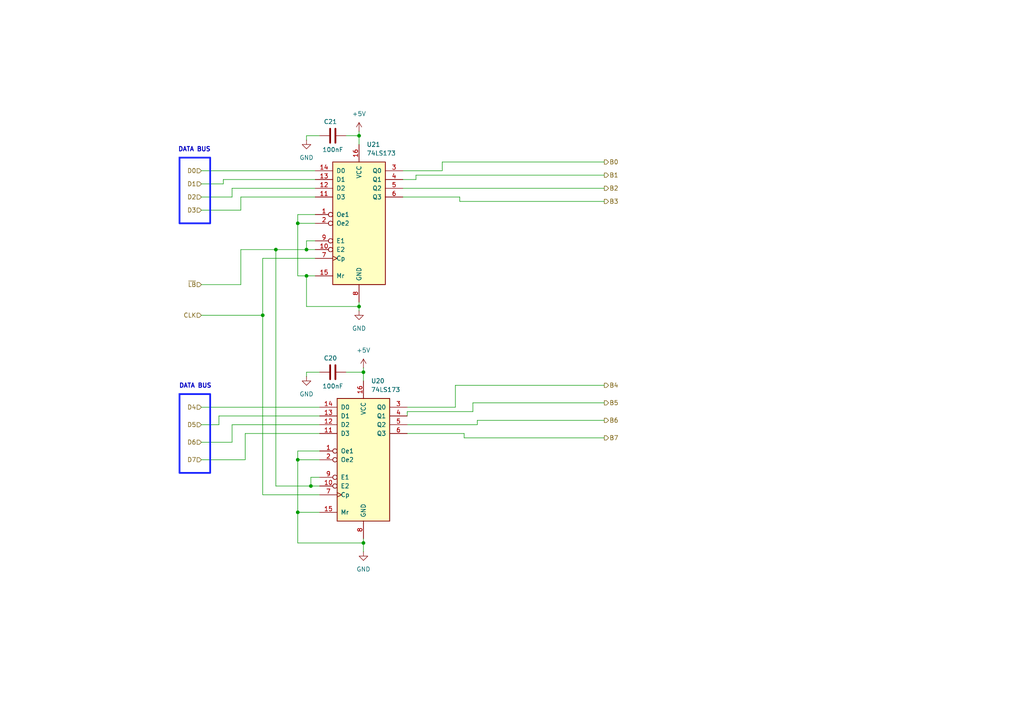
<source format=kicad_sch>
(kicad_sch (version 20231120) (generator "eeschema") (generator_version "8.0")
  (paper "A4")
  (title_block (title "ISAP-1 COMPUTER") (date "2024-11-27") (rev "Version 1") (comment 1 "by Linca Marius Gheorghe") (comment 3 "Register B"))
  (lib_symbols
    (symbol "74xx:74LS173" (pin_names (offset 1.016))
      (property "Reference" "U" (at -7.62 19.05 0))
      (property "Value" "74LS173" (at -7.62 -19.05 0))
      (symbol "74LS173_1_0"
        (pin input inverted (at -12.7 2.54 0) (length 5.08) (name "Oe1") (number "1"))
        (pin input inverted (at -12.7 -7.62 0) (length 5.08) (name "E2") (number "10"))
        (pin input line (at -12.7 7.62 0) (length 5.08) (name "D3") (number "11"))
        (pin input line (at -12.7 10.16 0) (length 5.08) (name "D2") (number "12"))
        (pin input line (at -12.7 12.7 0) (length 5.08) (name "D1") (number "13"))
        (pin input line (at -12.7 15.24 0) (length 5.08) (name "D0") (number "14"))
        (pin input line (at -12.7 -15.24 0) (length 5.08) (name "Mr") (number "15"))
        (pin power_in line (at 0 22.86 270) (length 5.08) (name "VCC") (number "16"))
        (pin input inverted (at -12.7 0 0) (length 5.08) (name "Oe2") (number "2"))
        (pin tri_state line (at 12.7 15.24 180) (length 5.08) (name "Q0") (number "3"))
        (pin tri_state line (at 12.7 12.7 180) (length 5.08) (name "Q1") (number "4"))
        (pin tri_state line (at 12.7 10.16 180) (length 5.08) (name "Q2") (number "5"))
        (pin tri_state line (at 12.7 7.62 180) (length 5.08) (name "Q3") (number "6"))
        (pin input clock (at -12.7 -10.16 0) (length 5.08) (name "Cp") (number "7"))
        (pin power_in line (at 0 -22.86 90) (length 5.08) (name "GND") (number "8"))
        (pin input inverted (at -12.7 -5.08 0) (length 5.08) (name "E1") (number "9"))
      )
      (symbol "74LS173_1_1"
        (rectangle (start -7.62 17.78) (end 7.62 -17.78) (stroke (width 0.254)) (fill (type background)))
      )
    )
    (symbol "Device:C" (pin_numbers hide) (pin_names (offset 0.254))
      (property "Reference" "C" (at 0.635 2.54 0))
      (property "Value" "C" (at 0.635 -2.54 0))
      (symbol "C_0_1"
        (polyline (pts (xy -2.032 -0.762) (xy 2.032 -0.762)) (stroke (width 0.508)))
        (polyline (pts (xy -2.032 0.762) (xy 2.032 0.762)) (stroke (width 0.508)))
      )
      (symbol "C_1_1"
        (pin passive line (at 0 3.81 270) (length 2.794) (name "~") (number "1"))
        (pin passive line (at 0 -3.81 90) (length 2.794) (name "~") (number "2"))
      )
    )
    (symbol "power:+5V" (power) (pin_numbers hide) (pin_names (offset 0) hide)
      (property "Value" "+5V" (at 0 3.556 0))
      (symbol "+5V_0_1"
        (polyline (pts (xy -0.762 1.27) (xy 0 2.54)))
        (polyline (pts (xy 0 0) (xy 0 2.54)))
        (polyline (pts (xy 0 2.54) (xy 0.762 1.27)))
      )
      (symbol "+5V_1_1"
        (pin power_in line (at 0 0 90) (length 0) (name "~") (number "1"))
      )
    )
    (symbol "power:GND" (power) (pin_numbers hide) (pin_names (offset 0) hide)
      (property "Value" "GND" (at 0 -3.81 0))
      (symbol "GND_0_1"
        (polyline (pts (xy 0 0) (xy 0 -1.27) (xy 1.27 -1.27) (xy 0 -2.54) (xy -1.27 -1.27) (xy 0 -1.27)))
      )
      (symbol "GND_1_1"
        (pin power_in line (at 0 0 270) (length 0) (name "~") (number "1"))
      )
    )
  )
  (junction (at 104.14 88.9))
  (junction (at 105.41 157.48))
  (junction (at 86.36 64.77))
  (junction (at 104.14 39.37))
  (junction (at 90.17 140.97))
  (junction (at 86.36 148.59))
  (junction (at 80.01 72.39))
  (junction (at 86.36 133.35))
  (junction (at 88.9 72.39))
  (junction (at 88.9 80.01))
  (junction (at 105.41 107.95))
  (junction (at 76.2 91.44))
  (wire (pts (xy 175.26 121.92) (xy 138.43 121.92)))
  (wire (pts (xy 71.12 125.73) (xy 71.12 133.35)))
  (wire (pts (xy 91.44 62.23) (xy 86.36 62.23)))
  (wire (pts (xy 118.11 119.38) (xy 118.11 120.65)))
  (wire (pts (xy 133.35 58.42) (xy 175.26 58.42)))
  (wire (pts (xy 175.26 111.76) (xy 132.08 111.76)))
  (wire (pts (xy 175.26 116.84) (xy 137.16 116.84)))
  (wire (pts (xy 92.71 130.81) (xy 86.36 130.81)))
  (wire (pts (xy 63.5 123.19) (xy 58.42 123.19)))
  (wire (pts (xy 86.36 148.59) (xy 92.71 148.59)))
  (wire (pts (xy 58.42 91.44) (xy 76.2 91.44)))
  (wire (pts (xy 120.65 52.07) (xy 116.84 52.07)))
  (wire (pts (xy 138.43 121.92) (xy 138.43 123.19)))
  (wire (pts (xy 80.01 72.39) (xy 80.01 140.97)))
  (wire (pts (xy 86.36 62.23) (xy 86.36 64.77)))
  (wire (pts (xy 58.42 82.55) (xy 69.85 82.55)))
  (wire (pts (xy 175.26 50.8) (xy 120.65 50.8)))
  (wire (pts (xy 92.71 125.73) (xy 71.12 125.73)))
  (wire (pts (xy 88.9 107.95) (xy 88.9 109.22)))
  (wire (pts (xy 92.71 123.19) (xy 67.31 123.19)))
  (wire (pts (xy 86.36 133.35) (xy 92.71 133.35)))
  (wire (pts (xy 105.41 106.68) (xy 105.41 107.95)))
  (wire (pts (xy 67.31 54.61) (xy 67.31 57.15)))
  (wire (pts (xy 92.71 138.43) (xy 90.17 138.43)))
  (wire (pts (xy 105.41 107.95) (xy 105.41 110.49)))
  (wire (pts (xy 69.85 60.96) (xy 58.42 60.96)))
  (wire (pts (xy 100.33 107.95) (xy 105.41 107.95)))
  (wire (pts (xy 118.11 125.73) (xy 134.62 125.73)))
  (wire (pts (xy 104.14 38.1) (xy 104.14 39.37)))
  (wire (pts (xy 91.44 69.85) (xy 88.9 69.85)))
  (wire (pts (xy 128.27 49.53) (xy 128.27 46.99)))
  (wire (pts (xy 67.31 123.19) (xy 67.31 128.27)))
  (wire (pts (xy 91.44 80.01) (xy 88.9 80.01)))
  (wire (pts (xy 69.85 82.55) (xy 69.85 72.39)))
  (wire (pts (xy 175.26 127) (xy 134.62 127)))
  (wire (pts (xy 76.2 143.51) (xy 92.71 143.51)))
  (wire (pts (xy 86.36 157.48) (xy 105.41 157.48)))
  (wire (pts (xy 86.36 148.59) (xy 86.36 157.48)))
  (wire (pts (xy 86.36 64.77) (xy 86.36 80.01)))
  (wire (pts (xy 134.62 127) (xy 134.62 125.73)))
  (wire (pts (xy 71.12 133.35) (xy 58.42 133.35)))
  (wire (pts (xy 91.44 57.15) (xy 69.85 57.15)))
  (wire (pts (xy 88.9 72.39) (xy 91.44 72.39)))
  (wire (pts (xy 86.36 64.77) (xy 91.44 64.77)))
  (wire (pts (xy 132.08 111.76) (xy 132.08 118.11)))
  (wire (pts (xy 69.85 72.39) (xy 80.01 72.39)))
  (wire (pts (xy 63.5 120.65) (xy 63.5 123.19)))
  (wire (pts (xy 91.44 74.93) (xy 76.2 74.93)))
  (wire (pts (xy 105.41 157.48) (xy 105.41 160.02)))
  (wire (pts (xy 100.33 39.37) (xy 104.14 39.37)))
  (wire (pts (xy 80.01 140.97) (xy 90.17 140.97)))
  (wire (pts (xy 58.42 53.34) (xy 64.77 53.34)))
  (wire (pts (xy 91.44 52.07) (xy 64.77 52.07)))
  (wire (pts (xy 80.01 72.39) (xy 88.9 72.39)))
  (wire (pts (xy 91.44 54.61) (xy 67.31 54.61)))
  (wire (pts (xy 86.36 133.35) (xy 86.36 148.59)))
  (wire (pts (xy 67.31 57.15) (xy 58.42 57.15)))
  (wire (pts (xy 90.17 138.43) (xy 90.17 140.97)))
  (wire (pts (xy 104.14 39.37) (xy 104.14 41.91)))
  (wire (pts (xy 116.84 54.61) (xy 175.26 54.61)))
  (wire (pts (xy 120.65 50.8) (xy 120.65 52.07)))
  (wire (pts (xy 116.84 57.15) (xy 133.35 57.15)))
  (wire (pts (xy 92.71 39.37) (xy 88.9 39.37)))
  (wire (pts (xy 88.9 80.01) (xy 88.9 88.9)))
  (wire (pts (xy 64.77 52.07) (xy 64.77 53.34)))
  (wire (pts (xy 116.84 49.53) (xy 128.27 49.53)))
  (wire (pts (xy 58.42 49.53) (xy 91.44 49.53)))
  (wire (pts (xy 86.36 130.81) (xy 86.36 133.35)))
  (wire (pts (xy 76.2 91.44) (xy 76.2 143.51)))
  (wire (pts (xy 86.36 80.01) (xy 88.9 80.01)))
  (wire (pts (xy 132.08 118.11) (xy 118.11 118.11)))
  (wire (pts (xy 88.9 69.85) (xy 88.9 72.39)))
  (wire (pts (xy 67.31 128.27) (xy 58.42 128.27)))
  (wire (pts (xy 133.35 57.15) (xy 133.35 58.42)))
  (wire (pts (xy 58.42 118.11) (xy 92.71 118.11)))
  (wire (pts (xy 92.71 120.65) (xy 63.5 120.65)))
  (wire (pts (xy 104.14 87.63) (xy 104.14 88.9)))
  (wire (pts (xy 69.85 57.15) (xy 69.85 60.96)))
  (wire (pts (xy 118.11 123.19) (xy 138.43 123.19)))
  (wire (pts (xy 128.27 46.99) (xy 175.26 46.99)))
  (wire (pts (xy 104.14 88.9) (xy 104.14 90.17)))
  (wire (pts (xy 88.9 39.37) (xy 88.9 40.64)))
  (wire (pts (xy 105.41 156.21) (xy 105.41 157.48)))
  (wire (pts (xy 90.17 140.97) (xy 92.71 140.97)))
  (wire (pts (xy 92.71 107.95) (xy 88.9 107.95)))
  (wire (pts (xy 76.2 74.93) (xy 76.2 91.44)))
  (wire (pts (xy 137.16 116.84) (xy 137.16 119.38)))
  (wire (pts (xy 88.9 88.9) (xy 104.14 88.9)))
  (wire (pts (xy 137.16 119.38) (xy 118.11 119.38)))
  (rectangle (start 52.07 114.3) (end 60.96 137.16) (stroke (width 0.508) (color 21 31 255 1)))
  (rectangle (start 52.07 45.72) (end 60.96 64.77) (stroke (width 0.508) (color 21 31 255 1)))
  (text "DATA BUS" (at 56.388 43.434 0) (effects (font (size 1.27 1.27) (thickness 0.254) (bold yes))))
  (text "DATA BUS" (at 56.642 112.014 0) (effects (font (size 1.27 1.27) (thickness 0.254) (bold yes))))
  (hierarchical_label "B4" (shape output) (at 175.26 111.76 0))
  (hierarchical_label "B3" (shape output) (at 175.26 58.42 0))
  (hierarchical_label "D3" (shape input) (at 58.42 60.96 180))
  (hierarchical_label "B0" (shape output) (at 175.26 46.99 0))
  (hierarchical_label "B2" (shape output) (at 175.26 54.61 0))
  (hierarchical_label "D4" (shape input) (at 58.42 118.11 180))
  (hierarchical_label "B5" (shape output) (at 175.26 116.84 0))
  (hierarchical_label "D0" (shape input) (at 58.42 49.53 180))
  (hierarchical_label "B7" (shape output) (at 175.26 127 0))
  (hierarchical_label "CLK" (shape input) (at 58.42 91.44 180))
  (hierarchical_label "D1" (shape input) (at 58.42 53.34 180))
  (hierarchical_label "D2" (shape input) (at 58.42 57.15 180))
  (hierarchical_label "D7" (shape input) (at 58.42 133.35 180))
  (hierarchical_label "B6" (shape output) (at 175.26 121.92 0))
  (hierarchical_label "D6" (shape input) (at 58.42 128.27 180))
  (hierarchical_label "B1" (shape output) (at 175.26 50.8 0))
  (hierarchical_label "D5" (shape input) (at 58.42 123.19 180))
  (hierarchical_label "~{LB}" (shape input) (at 58.42 82.55 180))
  (symbol (lib_id "power:GND") (at 105.41 160.02 0) (unit 1)
    (property "Reference" "#PWR031" (effects (hide yes)))
    (property "Value" "GND" (at 105.41 165.1 0))
    (property "Description" "Power symbol creates a global label with name \"GND\" , ground" (effects (hide yes)))
  )
  (symbol (lib_id "74xx:74LS173") (at 104.14 64.77 0) (unit 1)
    (property "Reference" "U21" (at 106.3341 41.91 0) (effects (justify left)))
    (property "Value" "74LS173" (at 106.3341 44.45 0) (effects (justify left)))
    (property "Footprint" "Package_DIP:DIP-16_W7.62mm_LongPads" (effects (hide yes)))
    (property "Datasheet" "http://www.ti.com/lit/gpn/sn74LS173" (effects (hide yes)))
    (property "Description" "4-bit D-type Register, 3 state out" (effects (hide yes)))
  )
  (symbol (lib_id "power:+5V") (at 105.41 106.68 0) (unit 1)
    (property "Reference" "#PWR030" (effects (hide yes)))
    (property "Value" "+5V" (at 105.41 101.6 0))
    (property "Description" "Power symbol creates a global label with name \"+5V\"" (effects (hide yes)))
  )
  (symbol (lib_id "power:GND") (at 104.14 90.17 0) (unit 1)
    (property "Reference" "#PWR029" (effects (hide yes)))
    (property "Value" "GND" (at 104.14 95.25 0))
    (property "Description" "Power symbol creates a global label with name \"GND\" , ground" (effects (hide yes)))
  )
  (symbol (lib_id "74xx:74LS173") (at 105.41 133.35 0) (unit 1)
    (property "Reference" "U20" (at 107.6041 110.49 0) (effects (justify left)))
    (property "Value" "74LS173" (at 107.6041 113.03 0) (effects (justify left)))
    (property "Footprint" "Package_DIP:DIP-16_W7.62mm_LongPads" (effects (hide yes)))
    (property "Datasheet" "http://www.ti.com/lit/gpn/sn74LS173" (effects (hide yes)))
    (property "Description" "4-bit D-type Register, 3 state out" (effects (hide yes)))
  )
  (symbol (lib_id "Device:C") (at 96.52 39.37 90) (unit 1)
    (property "Reference" "C21" (at 97.79 35.306 90) (effects (justify left)))
    (property "Value" "100nF" (at 99.568 43.434 90) (effects (justify left)))
    (property "Footprint" "Capacitor_THT:C_Disc_D5.0mm_W2.5mm_P5.00mm" (effects (hide yes)))
    (property "Description" "Unpolarized capacitor" (effects (hide yes)))
  )
  (symbol (lib_id "power:+5V") (at 104.14 38.1 0) (unit 1)
    (property "Reference" "#PWR028" (effects (hide yes)))
    (property "Value" "+5V" (at 104.14 33.02 0))
    (property "Description" "Power symbol creates a global label with name \"+5V\"" (effects (hide yes)))
  )
  (symbol (lib_id "power:GND") (at 88.9 109.22 0) (unit 1)
    (property "Reference" "#PWR0132" (effects (hide yes)))
    (property "Value" "GND" (at 88.9 114.3 0))
    (property "Description" "Power symbol creates a global label with name \"GND\" , ground" (effects (hide yes)))
  )
  (symbol (lib_id "power:GND") (at 88.9 40.64 0) (unit 1)
    (property "Reference" "#PWR0133" (effects (hide yes)))
    (property "Value" "GND" (at 88.9 45.72 0))
    (property "Description" "Power symbol creates a global label with name \"GND\" , ground" (effects (hide yes)))
  )
  (symbol (lib_id "Device:C") (at 96.52 107.95 90) (unit 1)
    (property "Reference" "C20" (at 97.79 103.886 90) (effects (justify left)))
    (property "Value" "100nF" (at 99.568 112.014 90) (effects (justify left)))
    (property "Footprint" "Capacitor_THT:C_Disc_D5.0mm_W2.5mm_P5.00mm" (effects (hide yes)))
    (property "Description" "Unpolarized capacitor" (effects (hide yes)))
  )
)
</source>
